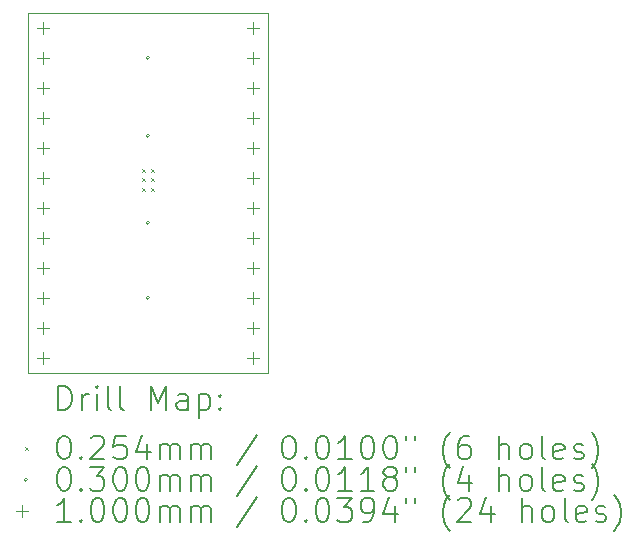
<source format=gbr>
%TF.GenerationSoftware,KiCad,Pcbnew,9.0.6*%
%TF.CreationDate,2026-01-02T23:06:23-06:00*%
%TF.ProjectId,DHVQFN-20_4.65x3.65_P0.5,44485651-464e-42d3-9230-5f342e363578,rev?*%
%TF.SameCoordinates,Original*%
%TF.FileFunction,Drillmap*%
%TF.FilePolarity,Positive*%
%FSLAX45Y45*%
G04 Gerber Fmt 4.5, Leading zero omitted, Abs format (unit mm)*
G04 Created by KiCad (PCBNEW 9.0.6) date 2026-01-02 23:06:23*
%MOMM*%
%LPD*%
G01*
G04 APERTURE LIST*
%ADD10C,0.050000*%
%ADD11C,0.200000*%
%ADD12C,0.100000*%
G04 APERTURE END LIST*
D10*
X12827000Y-10541000D02*
X14859000Y-10541000D01*
X14859000Y-13589000D01*
X12827000Y-13589000D01*
X12827000Y-10541000D01*
D11*
D12*
X13790930Y-11863937D02*
X13816330Y-11889337D01*
X13816330Y-11863937D02*
X13790930Y-11889337D01*
X13790930Y-11942677D02*
X13816330Y-11968077D01*
X13816330Y-11942677D02*
X13790930Y-11968077D01*
X13790930Y-12021417D02*
X13816330Y-12046817D01*
X13816330Y-12021417D02*
X13790930Y-12046817D01*
X13869670Y-11863937D02*
X13895070Y-11889337D01*
X13895070Y-11863937D02*
X13869670Y-11889337D01*
X13869670Y-11942677D02*
X13895070Y-11968077D01*
X13895070Y-11942677D02*
X13869670Y-11968077D01*
X13869670Y-12021417D02*
X13895070Y-12046817D01*
X13895070Y-12021417D02*
X13869670Y-12046817D01*
X13858000Y-10922000D02*
G75*
G02*
X13828000Y-10922000I-15000J0D01*
G01*
X13828000Y-10922000D02*
G75*
G02*
X13858000Y-10922000I15000J0D01*
G01*
X13858000Y-11582400D02*
G75*
G02*
X13828000Y-11582400I-15000J0D01*
G01*
X13828000Y-11582400D02*
G75*
G02*
X13858000Y-11582400I15000J0D01*
G01*
X13858000Y-12319000D02*
G75*
G02*
X13828000Y-12319000I-15000J0D01*
G01*
X13828000Y-12319000D02*
G75*
G02*
X13858000Y-12319000I15000J0D01*
G01*
X13858000Y-12954000D02*
G75*
G02*
X13828000Y-12954000I-15000J0D01*
G01*
X13828000Y-12954000D02*
G75*
G02*
X13858000Y-12954000I15000J0D01*
G01*
X12954000Y-10618000D02*
X12954000Y-10718000D01*
X12904000Y-10668000D02*
X13004000Y-10668000D01*
X12954000Y-10872000D02*
X12954000Y-10972000D01*
X12904000Y-10922000D02*
X13004000Y-10922000D01*
X12954000Y-11126000D02*
X12954000Y-11226000D01*
X12904000Y-11176000D02*
X13004000Y-11176000D01*
X12954000Y-11380000D02*
X12954000Y-11480000D01*
X12904000Y-11430000D02*
X13004000Y-11430000D01*
X12954000Y-11634000D02*
X12954000Y-11734000D01*
X12904000Y-11684000D02*
X13004000Y-11684000D01*
X12954000Y-11888000D02*
X12954000Y-11988000D01*
X12904000Y-11938000D02*
X13004000Y-11938000D01*
X12954000Y-12142000D02*
X12954000Y-12242000D01*
X12904000Y-12192000D02*
X13004000Y-12192000D01*
X12954000Y-12396000D02*
X12954000Y-12496000D01*
X12904000Y-12446000D02*
X13004000Y-12446000D01*
X12954000Y-12650000D02*
X12954000Y-12750000D01*
X12904000Y-12700000D02*
X13004000Y-12700000D01*
X12954000Y-12904000D02*
X12954000Y-13004000D01*
X12904000Y-12954000D02*
X13004000Y-12954000D01*
X12954000Y-13158000D02*
X12954000Y-13258000D01*
X12904000Y-13208000D02*
X13004000Y-13208000D01*
X12954000Y-13412000D02*
X12954000Y-13512000D01*
X12904000Y-13462000D02*
X13004000Y-13462000D01*
X14732000Y-10618000D02*
X14732000Y-10718000D01*
X14682000Y-10668000D02*
X14782000Y-10668000D01*
X14732000Y-10872000D02*
X14732000Y-10972000D01*
X14682000Y-10922000D02*
X14782000Y-10922000D01*
X14732000Y-11126000D02*
X14732000Y-11226000D01*
X14682000Y-11176000D02*
X14782000Y-11176000D01*
X14732000Y-11380000D02*
X14732000Y-11480000D01*
X14682000Y-11430000D02*
X14782000Y-11430000D01*
X14732000Y-11634000D02*
X14732000Y-11734000D01*
X14682000Y-11684000D02*
X14782000Y-11684000D01*
X14732000Y-11888000D02*
X14732000Y-11988000D01*
X14682000Y-11938000D02*
X14782000Y-11938000D01*
X14732000Y-12142000D02*
X14732000Y-12242000D01*
X14682000Y-12192000D02*
X14782000Y-12192000D01*
X14732000Y-12396000D02*
X14732000Y-12496000D01*
X14682000Y-12446000D02*
X14782000Y-12446000D01*
X14732000Y-12650000D02*
X14732000Y-12750000D01*
X14682000Y-12700000D02*
X14782000Y-12700000D01*
X14732000Y-12904000D02*
X14732000Y-13004000D01*
X14682000Y-12954000D02*
X14782000Y-12954000D01*
X14732000Y-13158000D02*
X14732000Y-13258000D01*
X14682000Y-13208000D02*
X14782000Y-13208000D01*
X14732000Y-13412000D02*
X14732000Y-13512000D01*
X14682000Y-13462000D02*
X14782000Y-13462000D01*
D11*
X13085277Y-13902984D02*
X13085277Y-13702984D01*
X13085277Y-13702984D02*
X13132896Y-13702984D01*
X13132896Y-13702984D02*
X13161467Y-13712508D01*
X13161467Y-13712508D02*
X13180515Y-13731555D01*
X13180515Y-13731555D02*
X13190039Y-13750603D01*
X13190039Y-13750603D02*
X13199562Y-13788698D01*
X13199562Y-13788698D02*
X13199562Y-13817269D01*
X13199562Y-13817269D02*
X13190039Y-13855365D01*
X13190039Y-13855365D02*
X13180515Y-13874412D01*
X13180515Y-13874412D02*
X13161467Y-13893460D01*
X13161467Y-13893460D02*
X13132896Y-13902984D01*
X13132896Y-13902984D02*
X13085277Y-13902984D01*
X13285277Y-13902984D02*
X13285277Y-13769650D01*
X13285277Y-13807746D02*
X13294801Y-13788698D01*
X13294801Y-13788698D02*
X13304324Y-13779174D01*
X13304324Y-13779174D02*
X13323372Y-13769650D01*
X13323372Y-13769650D02*
X13342420Y-13769650D01*
X13409086Y-13902984D02*
X13409086Y-13769650D01*
X13409086Y-13702984D02*
X13399562Y-13712508D01*
X13399562Y-13712508D02*
X13409086Y-13722031D01*
X13409086Y-13722031D02*
X13418610Y-13712508D01*
X13418610Y-13712508D02*
X13409086Y-13702984D01*
X13409086Y-13702984D02*
X13409086Y-13722031D01*
X13532896Y-13902984D02*
X13513848Y-13893460D01*
X13513848Y-13893460D02*
X13504324Y-13874412D01*
X13504324Y-13874412D02*
X13504324Y-13702984D01*
X13637658Y-13902984D02*
X13618610Y-13893460D01*
X13618610Y-13893460D02*
X13609086Y-13874412D01*
X13609086Y-13874412D02*
X13609086Y-13702984D01*
X13866229Y-13902984D02*
X13866229Y-13702984D01*
X13866229Y-13702984D02*
X13932896Y-13845841D01*
X13932896Y-13845841D02*
X13999562Y-13702984D01*
X13999562Y-13702984D02*
X13999562Y-13902984D01*
X14180515Y-13902984D02*
X14180515Y-13798222D01*
X14180515Y-13798222D02*
X14170991Y-13779174D01*
X14170991Y-13779174D02*
X14151943Y-13769650D01*
X14151943Y-13769650D02*
X14113848Y-13769650D01*
X14113848Y-13769650D02*
X14094801Y-13779174D01*
X14180515Y-13893460D02*
X14161467Y-13902984D01*
X14161467Y-13902984D02*
X14113848Y-13902984D01*
X14113848Y-13902984D02*
X14094801Y-13893460D01*
X14094801Y-13893460D02*
X14085277Y-13874412D01*
X14085277Y-13874412D02*
X14085277Y-13855365D01*
X14085277Y-13855365D02*
X14094801Y-13836317D01*
X14094801Y-13836317D02*
X14113848Y-13826793D01*
X14113848Y-13826793D02*
X14161467Y-13826793D01*
X14161467Y-13826793D02*
X14180515Y-13817269D01*
X14275753Y-13769650D02*
X14275753Y-13969650D01*
X14275753Y-13779174D02*
X14294801Y-13769650D01*
X14294801Y-13769650D02*
X14332896Y-13769650D01*
X14332896Y-13769650D02*
X14351943Y-13779174D01*
X14351943Y-13779174D02*
X14361467Y-13788698D01*
X14361467Y-13788698D02*
X14370991Y-13807746D01*
X14370991Y-13807746D02*
X14370991Y-13864888D01*
X14370991Y-13864888D02*
X14361467Y-13883936D01*
X14361467Y-13883936D02*
X14351943Y-13893460D01*
X14351943Y-13893460D02*
X14332896Y-13902984D01*
X14332896Y-13902984D02*
X14294801Y-13902984D01*
X14294801Y-13902984D02*
X14275753Y-13893460D01*
X14456705Y-13883936D02*
X14466229Y-13893460D01*
X14466229Y-13893460D02*
X14456705Y-13902984D01*
X14456705Y-13902984D02*
X14447182Y-13893460D01*
X14447182Y-13893460D02*
X14456705Y-13883936D01*
X14456705Y-13883936D02*
X14456705Y-13902984D01*
X14456705Y-13779174D02*
X14466229Y-13788698D01*
X14466229Y-13788698D02*
X14456705Y-13798222D01*
X14456705Y-13798222D02*
X14447182Y-13788698D01*
X14447182Y-13788698D02*
X14456705Y-13779174D01*
X14456705Y-13779174D02*
X14456705Y-13798222D01*
D12*
X12799100Y-14218800D02*
X12824500Y-14244200D01*
X12824500Y-14218800D02*
X12799100Y-14244200D01*
D11*
X13123372Y-14122984D02*
X13142420Y-14122984D01*
X13142420Y-14122984D02*
X13161467Y-14132508D01*
X13161467Y-14132508D02*
X13170991Y-14142031D01*
X13170991Y-14142031D02*
X13180515Y-14161079D01*
X13180515Y-14161079D02*
X13190039Y-14199174D01*
X13190039Y-14199174D02*
X13190039Y-14246793D01*
X13190039Y-14246793D02*
X13180515Y-14284888D01*
X13180515Y-14284888D02*
X13170991Y-14303936D01*
X13170991Y-14303936D02*
X13161467Y-14313460D01*
X13161467Y-14313460D02*
X13142420Y-14322984D01*
X13142420Y-14322984D02*
X13123372Y-14322984D01*
X13123372Y-14322984D02*
X13104324Y-14313460D01*
X13104324Y-14313460D02*
X13094801Y-14303936D01*
X13094801Y-14303936D02*
X13085277Y-14284888D01*
X13085277Y-14284888D02*
X13075753Y-14246793D01*
X13075753Y-14246793D02*
X13075753Y-14199174D01*
X13075753Y-14199174D02*
X13085277Y-14161079D01*
X13085277Y-14161079D02*
X13094801Y-14142031D01*
X13094801Y-14142031D02*
X13104324Y-14132508D01*
X13104324Y-14132508D02*
X13123372Y-14122984D01*
X13275753Y-14303936D02*
X13285277Y-14313460D01*
X13285277Y-14313460D02*
X13275753Y-14322984D01*
X13275753Y-14322984D02*
X13266229Y-14313460D01*
X13266229Y-14313460D02*
X13275753Y-14303936D01*
X13275753Y-14303936D02*
X13275753Y-14322984D01*
X13361467Y-14142031D02*
X13370991Y-14132508D01*
X13370991Y-14132508D02*
X13390039Y-14122984D01*
X13390039Y-14122984D02*
X13437658Y-14122984D01*
X13437658Y-14122984D02*
X13456705Y-14132508D01*
X13456705Y-14132508D02*
X13466229Y-14142031D01*
X13466229Y-14142031D02*
X13475753Y-14161079D01*
X13475753Y-14161079D02*
X13475753Y-14180127D01*
X13475753Y-14180127D02*
X13466229Y-14208698D01*
X13466229Y-14208698D02*
X13351943Y-14322984D01*
X13351943Y-14322984D02*
X13475753Y-14322984D01*
X13656705Y-14122984D02*
X13561467Y-14122984D01*
X13561467Y-14122984D02*
X13551943Y-14218222D01*
X13551943Y-14218222D02*
X13561467Y-14208698D01*
X13561467Y-14208698D02*
X13580515Y-14199174D01*
X13580515Y-14199174D02*
X13628134Y-14199174D01*
X13628134Y-14199174D02*
X13647182Y-14208698D01*
X13647182Y-14208698D02*
X13656705Y-14218222D01*
X13656705Y-14218222D02*
X13666229Y-14237269D01*
X13666229Y-14237269D02*
X13666229Y-14284888D01*
X13666229Y-14284888D02*
X13656705Y-14303936D01*
X13656705Y-14303936D02*
X13647182Y-14313460D01*
X13647182Y-14313460D02*
X13628134Y-14322984D01*
X13628134Y-14322984D02*
X13580515Y-14322984D01*
X13580515Y-14322984D02*
X13561467Y-14313460D01*
X13561467Y-14313460D02*
X13551943Y-14303936D01*
X13837658Y-14189650D02*
X13837658Y-14322984D01*
X13790039Y-14113460D02*
X13742420Y-14256317D01*
X13742420Y-14256317D02*
X13866229Y-14256317D01*
X13942420Y-14322984D02*
X13942420Y-14189650D01*
X13942420Y-14208698D02*
X13951943Y-14199174D01*
X13951943Y-14199174D02*
X13970991Y-14189650D01*
X13970991Y-14189650D02*
X13999563Y-14189650D01*
X13999563Y-14189650D02*
X14018610Y-14199174D01*
X14018610Y-14199174D02*
X14028134Y-14218222D01*
X14028134Y-14218222D02*
X14028134Y-14322984D01*
X14028134Y-14218222D02*
X14037658Y-14199174D01*
X14037658Y-14199174D02*
X14056705Y-14189650D01*
X14056705Y-14189650D02*
X14085277Y-14189650D01*
X14085277Y-14189650D02*
X14104324Y-14199174D01*
X14104324Y-14199174D02*
X14113848Y-14218222D01*
X14113848Y-14218222D02*
X14113848Y-14322984D01*
X14209086Y-14322984D02*
X14209086Y-14189650D01*
X14209086Y-14208698D02*
X14218610Y-14199174D01*
X14218610Y-14199174D02*
X14237658Y-14189650D01*
X14237658Y-14189650D02*
X14266229Y-14189650D01*
X14266229Y-14189650D02*
X14285277Y-14199174D01*
X14285277Y-14199174D02*
X14294801Y-14218222D01*
X14294801Y-14218222D02*
X14294801Y-14322984D01*
X14294801Y-14218222D02*
X14304324Y-14199174D01*
X14304324Y-14199174D02*
X14323372Y-14189650D01*
X14323372Y-14189650D02*
X14351943Y-14189650D01*
X14351943Y-14189650D02*
X14370991Y-14199174D01*
X14370991Y-14199174D02*
X14380515Y-14218222D01*
X14380515Y-14218222D02*
X14380515Y-14322984D01*
X14770991Y-14113460D02*
X14599563Y-14370603D01*
X15028134Y-14122984D02*
X15047182Y-14122984D01*
X15047182Y-14122984D02*
X15066229Y-14132508D01*
X15066229Y-14132508D02*
X15075753Y-14142031D01*
X15075753Y-14142031D02*
X15085277Y-14161079D01*
X15085277Y-14161079D02*
X15094801Y-14199174D01*
X15094801Y-14199174D02*
X15094801Y-14246793D01*
X15094801Y-14246793D02*
X15085277Y-14284888D01*
X15085277Y-14284888D02*
X15075753Y-14303936D01*
X15075753Y-14303936D02*
X15066229Y-14313460D01*
X15066229Y-14313460D02*
X15047182Y-14322984D01*
X15047182Y-14322984D02*
X15028134Y-14322984D01*
X15028134Y-14322984D02*
X15009086Y-14313460D01*
X15009086Y-14313460D02*
X14999563Y-14303936D01*
X14999563Y-14303936D02*
X14990039Y-14284888D01*
X14990039Y-14284888D02*
X14980515Y-14246793D01*
X14980515Y-14246793D02*
X14980515Y-14199174D01*
X14980515Y-14199174D02*
X14990039Y-14161079D01*
X14990039Y-14161079D02*
X14999563Y-14142031D01*
X14999563Y-14142031D02*
X15009086Y-14132508D01*
X15009086Y-14132508D02*
X15028134Y-14122984D01*
X15180515Y-14303936D02*
X15190039Y-14313460D01*
X15190039Y-14313460D02*
X15180515Y-14322984D01*
X15180515Y-14322984D02*
X15170991Y-14313460D01*
X15170991Y-14313460D02*
X15180515Y-14303936D01*
X15180515Y-14303936D02*
X15180515Y-14322984D01*
X15313848Y-14122984D02*
X15332896Y-14122984D01*
X15332896Y-14122984D02*
X15351944Y-14132508D01*
X15351944Y-14132508D02*
X15361467Y-14142031D01*
X15361467Y-14142031D02*
X15370991Y-14161079D01*
X15370991Y-14161079D02*
X15380515Y-14199174D01*
X15380515Y-14199174D02*
X15380515Y-14246793D01*
X15380515Y-14246793D02*
X15370991Y-14284888D01*
X15370991Y-14284888D02*
X15361467Y-14303936D01*
X15361467Y-14303936D02*
X15351944Y-14313460D01*
X15351944Y-14313460D02*
X15332896Y-14322984D01*
X15332896Y-14322984D02*
X15313848Y-14322984D01*
X15313848Y-14322984D02*
X15294801Y-14313460D01*
X15294801Y-14313460D02*
X15285277Y-14303936D01*
X15285277Y-14303936D02*
X15275753Y-14284888D01*
X15275753Y-14284888D02*
X15266229Y-14246793D01*
X15266229Y-14246793D02*
X15266229Y-14199174D01*
X15266229Y-14199174D02*
X15275753Y-14161079D01*
X15275753Y-14161079D02*
X15285277Y-14142031D01*
X15285277Y-14142031D02*
X15294801Y-14132508D01*
X15294801Y-14132508D02*
X15313848Y-14122984D01*
X15570991Y-14322984D02*
X15456706Y-14322984D01*
X15513848Y-14322984D02*
X15513848Y-14122984D01*
X15513848Y-14122984D02*
X15494801Y-14151555D01*
X15494801Y-14151555D02*
X15475753Y-14170603D01*
X15475753Y-14170603D02*
X15456706Y-14180127D01*
X15694801Y-14122984D02*
X15713848Y-14122984D01*
X15713848Y-14122984D02*
X15732896Y-14132508D01*
X15732896Y-14132508D02*
X15742420Y-14142031D01*
X15742420Y-14142031D02*
X15751944Y-14161079D01*
X15751944Y-14161079D02*
X15761467Y-14199174D01*
X15761467Y-14199174D02*
X15761467Y-14246793D01*
X15761467Y-14246793D02*
X15751944Y-14284888D01*
X15751944Y-14284888D02*
X15742420Y-14303936D01*
X15742420Y-14303936D02*
X15732896Y-14313460D01*
X15732896Y-14313460D02*
X15713848Y-14322984D01*
X15713848Y-14322984D02*
X15694801Y-14322984D01*
X15694801Y-14322984D02*
X15675753Y-14313460D01*
X15675753Y-14313460D02*
X15666229Y-14303936D01*
X15666229Y-14303936D02*
X15656706Y-14284888D01*
X15656706Y-14284888D02*
X15647182Y-14246793D01*
X15647182Y-14246793D02*
X15647182Y-14199174D01*
X15647182Y-14199174D02*
X15656706Y-14161079D01*
X15656706Y-14161079D02*
X15666229Y-14142031D01*
X15666229Y-14142031D02*
X15675753Y-14132508D01*
X15675753Y-14132508D02*
X15694801Y-14122984D01*
X15885277Y-14122984D02*
X15904325Y-14122984D01*
X15904325Y-14122984D02*
X15923372Y-14132508D01*
X15923372Y-14132508D02*
X15932896Y-14142031D01*
X15932896Y-14142031D02*
X15942420Y-14161079D01*
X15942420Y-14161079D02*
X15951944Y-14199174D01*
X15951944Y-14199174D02*
X15951944Y-14246793D01*
X15951944Y-14246793D02*
X15942420Y-14284888D01*
X15942420Y-14284888D02*
X15932896Y-14303936D01*
X15932896Y-14303936D02*
X15923372Y-14313460D01*
X15923372Y-14313460D02*
X15904325Y-14322984D01*
X15904325Y-14322984D02*
X15885277Y-14322984D01*
X15885277Y-14322984D02*
X15866229Y-14313460D01*
X15866229Y-14313460D02*
X15856706Y-14303936D01*
X15856706Y-14303936D02*
X15847182Y-14284888D01*
X15847182Y-14284888D02*
X15837658Y-14246793D01*
X15837658Y-14246793D02*
X15837658Y-14199174D01*
X15837658Y-14199174D02*
X15847182Y-14161079D01*
X15847182Y-14161079D02*
X15856706Y-14142031D01*
X15856706Y-14142031D02*
X15866229Y-14132508D01*
X15866229Y-14132508D02*
X15885277Y-14122984D01*
X16028134Y-14122984D02*
X16028134Y-14161079D01*
X16104325Y-14122984D02*
X16104325Y-14161079D01*
X16399563Y-14399174D02*
X16390039Y-14389650D01*
X16390039Y-14389650D02*
X16370991Y-14361079D01*
X16370991Y-14361079D02*
X16361468Y-14342031D01*
X16361468Y-14342031D02*
X16351944Y-14313460D01*
X16351944Y-14313460D02*
X16342420Y-14265841D01*
X16342420Y-14265841D02*
X16342420Y-14227746D01*
X16342420Y-14227746D02*
X16351944Y-14180127D01*
X16351944Y-14180127D02*
X16361468Y-14151555D01*
X16361468Y-14151555D02*
X16370991Y-14132508D01*
X16370991Y-14132508D02*
X16390039Y-14103936D01*
X16390039Y-14103936D02*
X16399563Y-14094412D01*
X16561468Y-14122984D02*
X16523372Y-14122984D01*
X16523372Y-14122984D02*
X16504325Y-14132508D01*
X16504325Y-14132508D02*
X16494801Y-14142031D01*
X16494801Y-14142031D02*
X16475753Y-14170603D01*
X16475753Y-14170603D02*
X16466229Y-14208698D01*
X16466229Y-14208698D02*
X16466229Y-14284888D01*
X16466229Y-14284888D02*
X16475753Y-14303936D01*
X16475753Y-14303936D02*
X16485277Y-14313460D01*
X16485277Y-14313460D02*
X16504325Y-14322984D01*
X16504325Y-14322984D02*
X16542420Y-14322984D01*
X16542420Y-14322984D02*
X16561468Y-14313460D01*
X16561468Y-14313460D02*
X16570991Y-14303936D01*
X16570991Y-14303936D02*
X16580515Y-14284888D01*
X16580515Y-14284888D02*
X16580515Y-14237269D01*
X16580515Y-14237269D02*
X16570991Y-14218222D01*
X16570991Y-14218222D02*
X16561468Y-14208698D01*
X16561468Y-14208698D02*
X16542420Y-14199174D01*
X16542420Y-14199174D02*
X16504325Y-14199174D01*
X16504325Y-14199174D02*
X16485277Y-14208698D01*
X16485277Y-14208698D02*
X16475753Y-14218222D01*
X16475753Y-14218222D02*
X16466229Y-14237269D01*
X16818611Y-14322984D02*
X16818611Y-14122984D01*
X16904325Y-14322984D02*
X16904325Y-14218222D01*
X16904325Y-14218222D02*
X16894801Y-14199174D01*
X16894801Y-14199174D02*
X16875753Y-14189650D01*
X16875753Y-14189650D02*
X16847182Y-14189650D01*
X16847182Y-14189650D02*
X16828134Y-14199174D01*
X16828134Y-14199174D02*
X16818611Y-14208698D01*
X17028134Y-14322984D02*
X17009087Y-14313460D01*
X17009087Y-14313460D02*
X16999563Y-14303936D01*
X16999563Y-14303936D02*
X16990039Y-14284888D01*
X16990039Y-14284888D02*
X16990039Y-14227746D01*
X16990039Y-14227746D02*
X16999563Y-14208698D01*
X16999563Y-14208698D02*
X17009087Y-14199174D01*
X17009087Y-14199174D02*
X17028134Y-14189650D01*
X17028134Y-14189650D02*
X17056706Y-14189650D01*
X17056706Y-14189650D02*
X17075753Y-14199174D01*
X17075753Y-14199174D02*
X17085277Y-14208698D01*
X17085277Y-14208698D02*
X17094801Y-14227746D01*
X17094801Y-14227746D02*
X17094801Y-14284888D01*
X17094801Y-14284888D02*
X17085277Y-14303936D01*
X17085277Y-14303936D02*
X17075753Y-14313460D01*
X17075753Y-14313460D02*
X17056706Y-14322984D01*
X17056706Y-14322984D02*
X17028134Y-14322984D01*
X17209087Y-14322984D02*
X17190039Y-14313460D01*
X17190039Y-14313460D02*
X17180515Y-14294412D01*
X17180515Y-14294412D02*
X17180515Y-14122984D01*
X17361468Y-14313460D02*
X17342420Y-14322984D01*
X17342420Y-14322984D02*
X17304325Y-14322984D01*
X17304325Y-14322984D02*
X17285277Y-14313460D01*
X17285277Y-14313460D02*
X17275753Y-14294412D01*
X17275753Y-14294412D02*
X17275753Y-14218222D01*
X17275753Y-14218222D02*
X17285277Y-14199174D01*
X17285277Y-14199174D02*
X17304325Y-14189650D01*
X17304325Y-14189650D02*
X17342420Y-14189650D01*
X17342420Y-14189650D02*
X17361468Y-14199174D01*
X17361468Y-14199174D02*
X17370992Y-14218222D01*
X17370992Y-14218222D02*
X17370992Y-14237269D01*
X17370992Y-14237269D02*
X17275753Y-14256317D01*
X17447182Y-14313460D02*
X17466230Y-14322984D01*
X17466230Y-14322984D02*
X17504325Y-14322984D01*
X17504325Y-14322984D02*
X17523373Y-14313460D01*
X17523373Y-14313460D02*
X17532896Y-14294412D01*
X17532896Y-14294412D02*
X17532896Y-14284888D01*
X17532896Y-14284888D02*
X17523373Y-14265841D01*
X17523373Y-14265841D02*
X17504325Y-14256317D01*
X17504325Y-14256317D02*
X17475753Y-14256317D01*
X17475753Y-14256317D02*
X17456706Y-14246793D01*
X17456706Y-14246793D02*
X17447182Y-14227746D01*
X17447182Y-14227746D02*
X17447182Y-14218222D01*
X17447182Y-14218222D02*
X17456706Y-14199174D01*
X17456706Y-14199174D02*
X17475753Y-14189650D01*
X17475753Y-14189650D02*
X17504325Y-14189650D01*
X17504325Y-14189650D02*
X17523373Y-14199174D01*
X17599563Y-14399174D02*
X17609087Y-14389650D01*
X17609087Y-14389650D02*
X17628134Y-14361079D01*
X17628134Y-14361079D02*
X17637658Y-14342031D01*
X17637658Y-14342031D02*
X17647182Y-14313460D01*
X17647182Y-14313460D02*
X17656706Y-14265841D01*
X17656706Y-14265841D02*
X17656706Y-14227746D01*
X17656706Y-14227746D02*
X17647182Y-14180127D01*
X17647182Y-14180127D02*
X17637658Y-14151555D01*
X17637658Y-14151555D02*
X17628134Y-14132508D01*
X17628134Y-14132508D02*
X17609087Y-14103936D01*
X17609087Y-14103936D02*
X17599563Y-14094412D01*
D12*
X12824500Y-14495500D02*
G75*
G02*
X12794500Y-14495500I-15000J0D01*
G01*
X12794500Y-14495500D02*
G75*
G02*
X12824500Y-14495500I15000J0D01*
G01*
D11*
X13123372Y-14386984D02*
X13142420Y-14386984D01*
X13142420Y-14386984D02*
X13161467Y-14396508D01*
X13161467Y-14396508D02*
X13170991Y-14406031D01*
X13170991Y-14406031D02*
X13180515Y-14425079D01*
X13180515Y-14425079D02*
X13190039Y-14463174D01*
X13190039Y-14463174D02*
X13190039Y-14510793D01*
X13190039Y-14510793D02*
X13180515Y-14548888D01*
X13180515Y-14548888D02*
X13170991Y-14567936D01*
X13170991Y-14567936D02*
X13161467Y-14577460D01*
X13161467Y-14577460D02*
X13142420Y-14586984D01*
X13142420Y-14586984D02*
X13123372Y-14586984D01*
X13123372Y-14586984D02*
X13104324Y-14577460D01*
X13104324Y-14577460D02*
X13094801Y-14567936D01*
X13094801Y-14567936D02*
X13085277Y-14548888D01*
X13085277Y-14548888D02*
X13075753Y-14510793D01*
X13075753Y-14510793D02*
X13075753Y-14463174D01*
X13075753Y-14463174D02*
X13085277Y-14425079D01*
X13085277Y-14425079D02*
X13094801Y-14406031D01*
X13094801Y-14406031D02*
X13104324Y-14396508D01*
X13104324Y-14396508D02*
X13123372Y-14386984D01*
X13275753Y-14567936D02*
X13285277Y-14577460D01*
X13285277Y-14577460D02*
X13275753Y-14586984D01*
X13275753Y-14586984D02*
X13266229Y-14577460D01*
X13266229Y-14577460D02*
X13275753Y-14567936D01*
X13275753Y-14567936D02*
X13275753Y-14586984D01*
X13351943Y-14386984D02*
X13475753Y-14386984D01*
X13475753Y-14386984D02*
X13409086Y-14463174D01*
X13409086Y-14463174D02*
X13437658Y-14463174D01*
X13437658Y-14463174D02*
X13456705Y-14472698D01*
X13456705Y-14472698D02*
X13466229Y-14482222D01*
X13466229Y-14482222D02*
X13475753Y-14501269D01*
X13475753Y-14501269D02*
X13475753Y-14548888D01*
X13475753Y-14548888D02*
X13466229Y-14567936D01*
X13466229Y-14567936D02*
X13456705Y-14577460D01*
X13456705Y-14577460D02*
X13437658Y-14586984D01*
X13437658Y-14586984D02*
X13380515Y-14586984D01*
X13380515Y-14586984D02*
X13361467Y-14577460D01*
X13361467Y-14577460D02*
X13351943Y-14567936D01*
X13599562Y-14386984D02*
X13618610Y-14386984D01*
X13618610Y-14386984D02*
X13637658Y-14396508D01*
X13637658Y-14396508D02*
X13647182Y-14406031D01*
X13647182Y-14406031D02*
X13656705Y-14425079D01*
X13656705Y-14425079D02*
X13666229Y-14463174D01*
X13666229Y-14463174D02*
X13666229Y-14510793D01*
X13666229Y-14510793D02*
X13656705Y-14548888D01*
X13656705Y-14548888D02*
X13647182Y-14567936D01*
X13647182Y-14567936D02*
X13637658Y-14577460D01*
X13637658Y-14577460D02*
X13618610Y-14586984D01*
X13618610Y-14586984D02*
X13599562Y-14586984D01*
X13599562Y-14586984D02*
X13580515Y-14577460D01*
X13580515Y-14577460D02*
X13570991Y-14567936D01*
X13570991Y-14567936D02*
X13561467Y-14548888D01*
X13561467Y-14548888D02*
X13551943Y-14510793D01*
X13551943Y-14510793D02*
X13551943Y-14463174D01*
X13551943Y-14463174D02*
X13561467Y-14425079D01*
X13561467Y-14425079D02*
X13570991Y-14406031D01*
X13570991Y-14406031D02*
X13580515Y-14396508D01*
X13580515Y-14396508D02*
X13599562Y-14386984D01*
X13790039Y-14386984D02*
X13809086Y-14386984D01*
X13809086Y-14386984D02*
X13828134Y-14396508D01*
X13828134Y-14396508D02*
X13837658Y-14406031D01*
X13837658Y-14406031D02*
X13847182Y-14425079D01*
X13847182Y-14425079D02*
X13856705Y-14463174D01*
X13856705Y-14463174D02*
X13856705Y-14510793D01*
X13856705Y-14510793D02*
X13847182Y-14548888D01*
X13847182Y-14548888D02*
X13837658Y-14567936D01*
X13837658Y-14567936D02*
X13828134Y-14577460D01*
X13828134Y-14577460D02*
X13809086Y-14586984D01*
X13809086Y-14586984D02*
X13790039Y-14586984D01*
X13790039Y-14586984D02*
X13770991Y-14577460D01*
X13770991Y-14577460D02*
X13761467Y-14567936D01*
X13761467Y-14567936D02*
X13751943Y-14548888D01*
X13751943Y-14548888D02*
X13742420Y-14510793D01*
X13742420Y-14510793D02*
X13742420Y-14463174D01*
X13742420Y-14463174D02*
X13751943Y-14425079D01*
X13751943Y-14425079D02*
X13761467Y-14406031D01*
X13761467Y-14406031D02*
X13770991Y-14396508D01*
X13770991Y-14396508D02*
X13790039Y-14386984D01*
X13942420Y-14586984D02*
X13942420Y-14453650D01*
X13942420Y-14472698D02*
X13951943Y-14463174D01*
X13951943Y-14463174D02*
X13970991Y-14453650D01*
X13970991Y-14453650D02*
X13999563Y-14453650D01*
X13999563Y-14453650D02*
X14018610Y-14463174D01*
X14018610Y-14463174D02*
X14028134Y-14482222D01*
X14028134Y-14482222D02*
X14028134Y-14586984D01*
X14028134Y-14482222D02*
X14037658Y-14463174D01*
X14037658Y-14463174D02*
X14056705Y-14453650D01*
X14056705Y-14453650D02*
X14085277Y-14453650D01*
X14085277Y-14453650D02*
X14104324Y-14463174D01*
X14104324Y-14463174D02*
X14113848Y-14482222D01*
X14113848Y-14482222D02*
X14113848Y-14586984D01*
X14209086Y-14586984D02*
X14209086Y-14453650D01*
X14209086Y-14472698D02*
X14218610Y-14463174D01*
X14218610Y-14463174D02*
X14237658Y-14453650D01*
X14237658Y-14453650D02*
X14266229Y-14453650D01*
X14266229Y-14453650D02*
X14285277Y-14463174D01*
X14285277Y-14463174D02*
X14294801Y-14482222D01*
X14294801Y-14482222D02*
X14294801Y-14586984D01*
X14294801Y-14482222D02*
X14304324Y-14463174D01*
X14304324Y-14463174D02*
X14323372Y-14453650D01*
X14323372Y-14453650D02*
X14351943Y-14453650D01*
X14351943Y-14453650D02*
X14370991Y-14463174D01*
X14370991Y-14463174D02*
X14380515Y-14482222D01*
X14380515Y-14482222D02*
X14380515Y-14586984D01*
X14770991Y-14377460D02*
X14599563Y-14634603D01*
X15028134Y-14386984D02*
X15047182Y-14386984D01*
X15047182Y-14386984D02*
X15066229Y-14396508D01*
X15066229Y-14396508D02*
X15075753Y-14406031D01*
X15075753Y-14406031D02*
X15085277Y-14425079D01*
X15085277Y-14425079D02*
X15094801Y-14463174D01*
X15094801Y-14463174D02*
X15094801Y-14510793D01*
X15094801Y-14510793D02*
X15085277Y-14548888D01*
X15085277Y-14548888D02*
X15075753Y-14567936D01*
X15075753Y-14567936D02*
X15066229Y-14577460D01*
X15066229Y-14577460D02*
X15047182Y-14586984D01*
X15047182Y-14586984D02*
X15028134Y-14586984D01*
X15028134Y-14586984D02*
X15009086Y-14577460D01*
X15009086Y-14577460D02*
X14999563Y-14567936D01*
X14999563Y-14567936D02*
X14990039Y-14548888D01*
X14990039Y-14548888D02*
X14980515Y-14510793D01*
X14980515Y-14510793D02*
X14980515Y-14463174D01*
X14980515Y-14463174D02*
X14990039Y-14425079D01*
X14990039Y-14425079D02*
X14999563Y-14406031D01*
X14999563Y-14406031D02*
X15009086Y-14396508D01*
X15009086Y-14396508D02*
X15028134Y-14386984D01*
X15180515Y-14567936D02*
X15190039Y-14577460D01*
X15190039Y-14577460D02*
X15180515Y-14586984D01*
X15180515Y-14586984D02*
X15170991Y-14577460D01*
X15170991Y-14577460D02*
X15180515Y-14567936D01*
X15180515Y-14567936D02*
X15180515Y-14586984D01*
X15313848Y-14386984D02*
X15332896Y-14386984D01*
X15332896Y-14386984D02*
X15351944Y-14396508D01*
X15351944Y-14396508D02*
X15361467Y-14406031D01*
X15361467Y-14406031D02*
X15370991Y-14425079D01*
X15370991Y-14425079D02*
X15380515Y-14463174D01*
X15380515Y-14463174D02*
X15380515Y-14510793D01*
X15380515Y-14510793D02*
X15370991Y-14548888D01*
X15370991Y-14548888D02*
X15361467Y-14567936D01*
X15361467Y-14567936D02*
X15351944Y-14577460D01*
X15351944Y-14577460D02*
X15332896Y-14586984D01*
X15332896Y-14586984D02*
X15313848Y-14586984D01*
X15313848Y-14586984D02*
X15294801Y-14577460D01*
X15294801Y-14577460D02*
X15285277Y-14567936D01*
X15285277Y-14567936D02*
X15275753Y-14548888D01*
X15275753Y-14548888D02*
X15266229Y-14510793D01*
X15266229Y-14510793D02*
X15266229Y-14463174D01*
X15266229Y-14463174D02*
X15275753Y-14425079D01*
X15275753Y-14425079D02*
X15285277Y-14406031D01*
X15285277Y-14406031D02*
X15294801Y-14396508D01*
X15294801Y-14396508D02*
X15313848Y-14386984D01*
X15570991Y-14586984D02*
X15456706Y-14586984D01*
X15513848Y-14586984D02*
X15513848Y-14386984D01*
X15513848Y-14386984D02*
X15494801Y-14415555D01*
X15494801Y-14415555D02*
X15475753Y-14434603D01*
X15475753Y-14434603D02*
X15456706Y-14444127D01*
X15761467Y-14586984D02*
X15647182Y-14586984D01*
X15704325Y-14586984D02*
X15704325Y-14386984D01*
X15704325Y-14386984D02*
X15685277Y-14415555D01*
X15685277Y-14415555D02*
X15666229Y-14434603D01*
X15666229Y-14434603D02*
X15647182Y-14444127D01*
X15875753Y-14472698D02*
X15856706Y-14463174D01*
X15856706Y-14463174D02*
X15847182Y-14453650D01*
X15847182Y-14453650D02*
X15837658Y-14434603D01*
X15837658Y-14434603D02*
X15837658Y-14425079D01*
X15837658Y-14425079D02*
X15847182Y-14406031D01*
X15847182Y-14406031D02*
X15856706Y-14396508D01*
X15856706Y-14396508D02*
X15875753Y-14386984D01*
X15875753Y-14386984D02*
X15913848Y-14386984D01*
X15913848Y-14386984D02*
X15932896Y-14396508D01*
X15932896Y-14396508D02*
X15942420Y-14406031D01*
X15942420Y-14406031D02*
X15951944Y-14425079D01*
X15951944Y-14425079D02*
X15951944Y-14434603D01*
X15951944Y-14434603D02*
X15942420Y-14453650D01*
X15942420Y-14453650D02*
X15932896Y-14463174D01*
X15932896Y-14463174D02*
X15913848Y-14472698D01*
X15913848Y-14472698D02*
X15875753Y-14472698D01*
X15875753Y-14472698D02*
X15856706Y-14482222D01*
X15856706Y-14482222D02*
X15847182Y-14491746D01*
X15847182Y-14491746D02*
X15837658Y-14510793D01*
X15837658Y-14510793D02*
X15837658Y-14548888D01*
X15837658Y-14548888D02*
X15847182Y-14567936D01*
X15847182Y-14567936D02*
X15856706Y-14577460D01*
X15856706Y-14577460D02*
X15875753Y-14586984D01*
X15875753Y-14586984D02*
X15913848Y-14586984D01*
X15913848Y-14586984D02*
X15932896Y-14577460D01*
X15932896Y-14577460D02*
X15942420Y-14567936D01*
X15942420Y-14567936D02*
X15951944Y-14548888D01*
X15951944Y-14548888D02*
X15951944Y-14510793D01*
X15951944Y-14510793D02*
X15942420Y-14491746D01*
X15942420Y-14491746D02*
X15932896Y-14482222D01*
X15932896Y-14482222D02*
X15913848Y-14472698D01*
X16028134Y-14386984D02*
X16028134Y-14425079D01*
X16104325Y-14386984D02*
X16104325Y-14425079D01*
X16399563Y-14663174D02*
X16390039Y-14653650D01*
X16390039Y-14653650D02*
X16370991Y-14625079D01*
X16370991Y-14625079D02*
X16361468Y-14606031D01*
X16361468Y-14606031D02*
X16351944Y-14577460D01*
X16351944Y-14577460D02*
X16342420Y-14529841D01*
X16342420Y-14529841D02*
X16342420Y-14491746D01*
X16342420Y-14491746D02*
X16351944Y-14444127D01*
X16351944Y-14444127D02*
X16361468Y-14415555D01*
X16361468Y-14415555D02*
X16370991Y-14396508D01*
X16370991Y-14396508D02*
X16390039Y-14367936D01*
X16390039Y-14367936D02*
X16399563Y-14358412D01*
X16561468Y-14453650D02*
X16561468Y-14586984D01*
X16513848Y-14377460D02*
X16466229Y-14520317D01*
X16466229Y-14520317D02*
X16590039Y-14520317D01*
X16818611Y-14586984D02*
X16818611Y-14386984D01*
X16904325Y-14586984D02*
X16904325Y-14482222D01*
X16904325Y-14482222D02*
X16894801Y-14463174D01*
X16894801Y-14463174D02*
X16875753Y-14453650D01*
X16875753Y-14453650D02*
X16847182Y-14453650D01*
X16847182Y-14453650D02*
X16828134Y-14463174D01*
X16828134Y-14463174D02*
X16818611Y-14472698D01*
X17028134Y-14586984D02*
X17009087Y-14577460D01*
X17009087Y-14577460D02*
X16999563Y-14567936D01*
X16999563Y-14567936D02*
X16990039Y-14548888D01*
X16990039Y-14548888D02*
X16990039Y-14491746D01*
X16990039Y-14491746D02*
X16999563Y-14472698D01*
X16999563Y-14472698D02*
X17009087Y-14463174D01*
X17009087Y-14463174D02*
X17028134Y-14453650D01*
X17028134Y-14453650D02*
X17056706Y-14453650D01*
X17056706Y-14453650D02*
X17075753Y-14463174D01*
X17075753Y-14463174D02*
X17085277Y-14472698D01*
X17085277Y-14472698D02*
X17094801Y-14491746D01*
X17094801Y-14491746D02*
X17094801Y-14548888D01*
X17094801Y-14548888D02*
X17085277Y-14567936D01*
X17085277Y-14567936D02*
X17075753Y-14577460D01*
X17075753Y-14577460D02*
X17056706Y-14586984D01*
X17056706Y-14586984D02*
X17028134Y-14586984D01*
X17209087Y-14586984D02*
X17190039Y-14577460D01*
X17190039Y-14577460D02*
X17180515Y-14558412D01*
X17180515Y-14558412D02*
X17180515Y-14386984D01*
X17361468Y-14577460D02*
X17342420Y-14586984D01*
X17342420Y-14586984D02*
X17304325Y-14586984D01*
X17304325Y-14586984D02*
X17285277Y-14577460D01*
X17285277Y-14577460D02*
X17275753Y-14558412D01*
X17275753Y-14558412D02*
X17275753Y-14482222D01*
X17275753Y-14482222D02*
X17285277Y-14463174D01*
X17285277Y-14463174D02*
X17304325Y-14453650D01*
X17304325Y-14453650D02*
X17342420Y-14453650D01*
X17342420Y-14453650D02*
X17361468Y-14463174D01*
X17361468Y-14463174D02*
X17370992Y-14482222D01*
X17370992Y-14482222D02*
X17370992Y-14501269D01*
X17370992Y-14501269D02*
X17275753Y-14520317D01*
X17447182Y-14577460D02*
X17466230Y-14586984D01*
X17466230Y-14586984D02*
X17504325Y-14586984D01*
X17504325Y-14586984D02*
X17523373Y-14577460D01*
X17523373Y-14577460D02*
X17532896Y-14558412D01*
X17532896Y-14558412D02*
X17532896Y-14548888D01*
X17532896Y-14548888D02*
X17523373Y-14529841D01*
X17523373Y-14529841D02*
X17504325Y-14520317D01*
X17504325Y-14520317D02*
X17475753Y-14520317D01*
X17475753Y-14520317D02*
X17456706Y-14510793D01*
X17456706Y-14510793D02*
X17447182Y-14491746D01*
X17447182Y-14491746D02*
X17447182Y-14482222D01*
X17447182Y-14482222D02*
X17456706Y-14463174D01*
X17456706Y-14463174D02*
X17475753Y-14453650D01*
X17475753Y-14453650D02*
X17504325Y-14453650D01*
X17504325Y-14453650D02*
X17523373Y-14463174D01*
X17599563Y-14663174D02*
X17609087Y-14653650D01*
X17609087Y-14653650D02*
X17628134Y-14625079D01*
X17628134Y-14625079D02*
X17637658Y-14606031D01*
X17637658Y-14606031D02*
X17647182Y-14577460D01*
X17647182Y-14577460D02*
X17656706Y-14529841D01*
X17656706Y-14529841D02*
X17656706Y-14491746D01*
X17656706Y-14491746D02*
X17647182Y-14444127D01*
X17647182Y-14444127D02*
X17637658Y-14415555D01*
X17637658Y-14415555D02*
X17628134Y-14396508D01*
X17628134Y-14396508D02*
X17609087Y-14367936D01*
X17609087Y-14367936D02*
X17599563Y-14358412D01*
D12*
X12774500Y-14709500D02*
X12774500Y-14809500D01*
X12724500Y-14759500D02*
X12824500Y-14759500D01*
D11*
X13190039Y-14850984D02*
X13075753Y-14850984D01*
X13132896Y-14850984D02*
X13132896Y-14650984D01*
X13132896Y-14650984D02*
X13113848Y-14679555D01*
X13113848Y-14679555D02*
X13094801Y-14698603D01*
X13094801Y-14698603D02*
X13075753Y-14708127D01*
X13275753Y-14831936D02*
X13285277Y-14841460D01*
X13285277Y-14841460D02*
X13275753Y-14850984D01*
X13275753Y-14850984D02*
X13266229Y-14841460D01*
X13266229Y-14841460D02*
X13275753Y-14831936D01*
X13275753Y-14831936D02*
X13275753Y-14850984D01*
X13409086Y-14650984D02*
X13428134Y-14650984D01*
X13428134Y-14650984D02*
X13447182Y-14660508D01*
X13447182Y-14660508D02*
X13456705Y-14670031D01*
X13456705Y-14670031D02*
X13466229Y-14689079D01*
X13466229Y-14689079D02*
X13475753Y-14727174D01*
X13475753Y-14727174D02*
X13475753Y-14774793D01*
X13475753Y-14774793D02*
X13466229Y-14812888D01*
X13466229Y-14812888D02*
X13456705Y-14831936D01*
X13456705Y-14831936D02*
X13447182Y-14841460D01*
X13447182Y-14841460D02*
X13428134Y-14850984D01*
X13428134Y-14850984D02*
X13409086Y-14850984D01*
X13409086Y-14850984D02*
X13390039Y-14841460D01*
X13390039Y-14841460D02*
X13380515Y-14831936D01*
X13380515Y-14831936D02*
X13370991Y-14812888D01*
X13370991Y-14812888D02*
X13361467Y-14774793D01*
X13361467Y-14774793D02*
X13361467Y-14727174D01*
X13361467Y-14727174D02*
X13370991Y-14689079D01*
X13370991Y-14689079D02*
X13380515Y-14670031D01*
X13380515Y-14670031D02*
X13390039Y-14660508D01*
X13390039Y-14660508D02*
X13409086Y-14650984D01*
X13599562Y-14650984D02*
X13618610Y-14650984D01*
X13618610Y-14650984D02*
X13637658Y-14660508D01*
X13637658Y-14660508D02*
X13647182Y-14670031D01*
X13647182Y-14670031D02*
X13656705Y-14689079D01*
X13656705Y-14689079D02*
X13666229Y-14727174D01*
X13666229Y-14727174D02*
X13666229Y-14774793D01*
X13666229Y-14774793D02*
X13656705Y-14812888D01*
X13656705Y-14812888D02*
X13647182Y-14831936D01*
X13647182Y-14831936D02*
X13637658Y-14841460D01*
X13637658Y-14841460D02*
X13618610Y-14850984D01*
X13618610Y-14850984D02*
X13599562Y-14850984D01*
X13599562Y-14850984D02*
X13580515Y-14841460D01*
X13580515Y-14841460D02*
X13570991Y-14831936D01*
X13570991Y-14831936D02*
X13561467Y-14812888D01*
X13561467Y-14812888D02*
X13551943Y-14774793D01*
X13551943Y-14774793D02*
X13551943Y-14727174D01*
X13551943Y-14727174D02*
X13561467Y-14689079D01*
X13561467Y-14689079D02*
X13570991Y-14670031D01*
X13570991Y-14670031D02*
X13580515Y-14660508D01*
X13580515Y-14660508D02*
X13599562Y-14650984D01*
X13790039Y-14650984D02*
X13809086Y-14650984D01*
X13809086Y-14650984D02*
X13828134Y-14660508D01*
X13828134Y-14660508D02*
X13837658Y-14670031D01*
X13837658Y-14670031D02*
X13847182Y-14689079D01*
X13847182Y-14689079D02*
X13856705Y-14727174D01*
X13856705Y-14727174D02*
X13856705Y-14774793D01*
X13856705Y-14774793D02*
X13847182Y-14812888D01*
X13847182Y-14812888D02*
X13837658Y-14831936D01*
X13837658Y-14831936D02*
X13828134Y-14841460D01*
X13828134Y-14841460D02*
X13809086Y-14850984D01*
X13809086Y-14850984D02*
X13790039Y-14850984D01*
X13790039Y-14850984D02*
X13770991Y-14841460D01*
X13770991Y-14841460D02*
X13761467Y-14831936D01*
X13761467Y-14831936D02*
X13751943Y-14812888D01*
X13751943Y-14812888D02*
X13742420Y-14774793D01*
X13742420Y-14774793D02*
X13742420Y-14727174D01*
X13742420Y-14727174D02*
X13751943Y-14689079D01*
X13751943Y-14689079D02*
X13761467Y-14670031D01*
X13761467Y-14670031D02*
X13770991Y-14660508D01*
X13770991Y-14660508D02*
X13790039Y-14650984D01*
X13942420Y-14850984D02*
X13942420Y-14717650D01*
X13942420Y-14736698D02*
X13951943Y-14727174D01*
X13951943Y-14727174D02*
X13970991Y-14717650D01*
X13970991Y-14717650D02*
X13999563Y-14717650D01*
X13999563Y-14717650D02*
X14018610Y-14727174D01*
X14018610Y-14727174D02*
X14028134Y-14746222D01*
X14028134Y-14746222D02*
X14028134Y-14850984D01*
X14028134Y-14746222D02*
X14037658Y-14727174D01*
X14037658Y-14727174D02*
X14056705Y-14717650D01*
X14056705Y-14717650D02*
X14085277Y-14717650D01*
X14085277Y-14717650D02*
X14104324Y-14727174D01*
X14104324Y-14727174D02*
X14113848Y-14746222D01*
X14113848Y-14746222D02*
X14113848Y-14850984D01*
X14209086Y-14850984D02*
X14209086Y-14717650D01*
X14209086Y-14736698D02*
X14218610Y-14727174D01*
X14218610Y-14727174D02*
X14237658Y-14717650D01*
X14237658Y-14717650D02*
X14266229Y-14717650D01*
X14266229Y-14717650D02*
X14285277Y-14727174D01*
X14285277Y-14727174D02*
X14294801Y-14746222D01*
X14294801Y-14746222D02*
X14294801Y-14850984D01*
X14294801Y-14746222D02*
X14304324Y-14727174D01*
X14304324Y-14727174D02*
X14323372Y-14717650D01*
X14323372Y-14717650D02*
X14351943Y-14717650D01*
X14351943Y-14717650D02*
X14370991Y-14727174D01*
X14370991Y-14727174D02*
X14380515Y-14746222D01*
X14380515Y-14746222D02*
X14380515Y-14850984D01*
X14770991Y-14641460D02*
X14599563Y-14898603D01*
X15028134Y-14650984D02*
X15047182Y-14650984D01*
X15047182Y-14650984D02*
X15066229Y-14660508D01*
X15066229Y-14660508D02*
X15075753Y-14670031D01*
X15075753Y-14670031D02*
X15085277Y-14689079D01*
X15085277Y-14689079D02*
X15094801Y-14727174D01*
X15094801Y-14727174D02*
X15094801Y-14774793D01*
X15094801Y-14774793D02*
X15085277Y-14812888D01*
X15085277Y-14812888D02*
X15075753Y-14831936D01*
X15075753Y-14831936D02*
X15066229Y-14841460D01*
X15066229Y-14841460D02*
X15047182Y-14850984D01*
X15047182Y-14850984D02*
X15028134Y-14850984D01*
X15028134Y-14850984D02*
X15009086Y-14841460D01*
X15009086Y-14841460D02*
X14999563Y-14831936D01*
X14999563Y-14831936D02*
X14990039Y-14812888D01*
X14990039Y-14812888D02*
X14980515Y-14774793D01*
X14980515Y-14774793D02*
X14980515Y-14727174D01*
X14980515Y-14727174D02*
X14990039Y-14689079D01*
X14990039Y-14689079D02*
X14999563Y-14670031D01*
X14999563Y-14670031D02*
X15009086Y-14660508D01*
X15009086Y-14660508D02*
X15028134Y-14650984D01*
X15180515Y-14831936D02*
X15190039Y-14841460D01*
X15190039Y-14841460D02*
X15180515Y-14850984D01*
X15180515Y-14850984D02*
X15170991Y-14841460D01*
X15170991Y-14841460D02*
X15180515Y-14831936D01*
X15180515Y-14831936D02*
X15180515Y-14850984D01*
X15313848Y-14650984D02*
X15332896Y-14650984D01*
X15332896Y-14650984D02*
X15351944Y-14660508D01*
X15351944Y-14660508D02*
X15361467Y-14670031D01*
X15361467Y-14670031D02*
X15370991Y-14689079D01*
X15370991Y-14689079D02*
X15380515Y-14727174D01*
X15380515Y-14727174D02*
X15380515Y-14774793D01*
X15380515Y-14774793D02*
X15370991Y-14812888D01*
X15370991Y-14812888D02*
X15361467Y-14831936D01*
X15361467Y-14831936D02*
X15351944Y-14841460D01*
X15351944Y-14841460D02*
X15332896Y-14850984D01*
X15332896Y-14850984D02*
X15313848Y-14850984D01*
X15313848Y-14850984D02*
X15294801Y-14841460D01*
X15294801Y-14841460D02*
X15285277Y-14831936D01*
X15285277Y-14831936D02*
X15275753Y-14812888D01*
X15275753Y-14812888D02*
X15266229Y-14774793D01*
X15266229Y-14774793D02*
X15266229Y-14727174D01*
X15266229Y-14727174D02*
X15275753Y-14689079D01*
X15275753Y-14689079D02*
X15285277Y-14670031D01*
X15285277Y-14670031D02*
X15294801Y-14660508D01*
X15294801Y-14660508D02*
X15313848Y-14650984D01*
X15447182Y-14650984D02*
X15570991Y-14650984D01*
X15570991Y-14650984D02*
X15504325Y-14727174D01*
X15504325Y-14727174D02*
X15532896Y-14727174D01*
X15532896Y-14727174D02*
X15551944Y-14736698D01*
X15551944Y-14736698D02*
X15561467Y-14746222D01*
X15561467Y-14746222D02*
X15570991Y-14765269D01*
X15570991Y-14765269D02*
X15570991Y-14812888D01*
X15570991Y-14812888D02*
X15561467Y-14831936D01*
X15561467Y-14831936D02*
X15551944Y-14841460D01*
X15551944Y-14841460D02*
X15532896Y-14850984D01*
X15532896Y-14850984D02*
X15475753Y-14850984D01*
X15475753Y-14850984D02*
X15456706Y-14841460D01*
X15456706Y-14841460D02*
X15447182Y-14831936D01*
X15666229Y-14850984D02*
X15704325Y-14850984D01*
X15704325Y-14850984D02*
X15723372Y-14841460D01*
X15723372Y-14841460D02*
X15732896Y-14831936D01*
X15732896Y-14831936D02*
X15751944Y-14803365D01*
X15751944Y-14803365D02*
X15761467Y-14765269D01*
X15761467Y-14765269D02*
X15761467Y-14689079D01*
X15761467Y-14689079D02*
X15751944Y-14670031D01*
X15751944Y-14670031D02*
X15742420Y-14660508D01*
X15742420Y-14660508D02*
X15723372Y-14650984D01*
X15723372Y-14650984D02*
X15685277Y-14650984D01*
X15685277Y-14650984D02*
X15666229Y-14660508D01*
X15666229Y-14660508D02*
X15656706Y-14670031D01*
X15656706Y-14670031D02*
X15647182Y-14689079D01*
X15647182Y-14689079D02*
X15647182Y-14736698D01*
X15647182Y-14736698D02*
X15656706Y-14755746D01*
X15656706Y-14755746D02*
X15666229Y-14765269D01*
X15666229Y-14765269D02*
X15685277Y-14774793D01*
X15685277Y-14774793D02*
X15723372Y-14774793D01*
X15723372Y-14774793D02*
X15742420Y-14765269D01*
X15742420Y-14765269D02*
X15751944Y-14755746D01*
X15751944Y-14755746D02*
X15761467Y-14736698D01*
X15932896Y-14717650D02*
X15932896Y-14850984D01*
X15885277Y-14641460D02*
X15837658Y-14784317D01*
X15837658Y-14784317D02*
X15961467Y-14784317D01*
X16028134Y-14650984D02*
X16028134Y-14689079D01*
X16104325Y-14650984D02*
X16104325Y-14689079D01*
X16399563Y-14927174D02*
X16390039Y-14917650D01*
X16390039Y-14917650D02*
X16370991Y-14889079D01*
X16370991Y-14889079D02*
X16361468Y-14870031D01*
X16361468Y-14870031D02*
X16351944Y-14841460D01*
X16351944Y-14841460D02*
X16342420Y-14793841D01*
X16342420Y-14793841D02*
X16342420Y-14755746D01*
X16342420Y-14755746D02*
X16351944Y-14708127D01*
X16351944Y-14708127D02*
X16361468Y-14679555D01*
X16361468Y-14679555D02*
X16370991Y-14660508D01*
X16370991Y-14660508D02*
X16390039Y-14631936D01*
X16390039Y-14631936D02*
X16399563Y-14622412D01*
X16466229Y-14670031D02*
X16475753Y-14660508D01*
X16475753Y-14660508D02*
X16494801Y-14650984D01*
X16494801Y-14650984D02*
X16542420Y-14650984D01*
X16542420Y-14650984D02*
X16561468Y-14660508D01*
X16561468Y-14660508D02*
X16570991Y-14670031D01*
X16570991Y-14670031D02*
X16580515Y-14689079D01*
X16580515Y-14689079D02*
X16580515Y-14708127D01*
X16580515Y-14708127D02*
X16570991Y-14736698D01*
X16570991Y-14736698D02*
X16456706Y-14850984D01*
X16456706Y-14850984D02*
X16580515Y-14850984D01*
X16751944Y-14717650D02*
X16751944Y-14850984D01*
X16704325Y-14641460D02*
X16656706Y-14784317D01*
X16656706Y-14784317D02*
X16780515Y-14784317D01*
X17009087Y-14850984D02*
X17009087Y-14650984D01*
X17094801Y-14850984D02*
X17094801Y-14746222D01*
X17094801Y-14746222D02*
X17085277Y-14727174D01*
X17085277Y-14727174D02*
X17066230Y-14717650D01*
X17066230Y-14717650D02*
X17037658Y-14717650D01*
X17037658Y-14717650D02*
X17018611Y-14727174D01*
X17018611Y-14727174D02*
X17009087Y-14736698D01*
X17218611Y-14850984D02*
X17199563Y-14841460D01*
X17199563Y-14841460D02*
X17190039Y-14831936D01*
X17190039Y-14831936D02*
X17180515Y-14812888D01*
X17180515Y-14812888D02*
X17180515Y-14755746D01*
X17180515Y-14755746D02*
X17190039Y-14736698D01*
X17190039Y-14736698D02*
X17199563Y-14727174D01*
X17199563Y-14727174D02*
X17218611Y-14717650D01*
X17218611Y-14717650D02*
X17247182Y-14717650D01*
X17247182Y-14717650D02*
X17266230Y-14727174D01*
X17266230Y-14727174D02*
X17275753Y-14736698D01*
X17275753Y-14736698D02*
X17285277Y-14755746D01*
X17285277Y-14755746D02*
X17285277Y-14812888D01*
X17285277Y-14812888D02*
X17275753Y-14831936D01*
X17275753Y-14831936D02*
X17266230Y-14841460D01*
X17266230Y-14841460D02*
X17247182Y-14850984D01*
X17247182Y-14850984D02*
X17218611Y-14850984D01*
X17399563Y-14850984D02*
X17380515Y-14841460D01*
X17380515Y-14841460D02*
X17370992Y-14822412D01*
X17370992Y-14822412D02*
X17370992Y-14650984D01*
X17551944Y-14841460D02*
X17532896Y-14850984D01*
X17532896Y-14850984D02*
X17494801Y-14850984D01*
X17494801Y-14850984D02*
X17475753Y-14841460D01*
X17475753Y-14841460D02*
X17466230Y-14822412D01*
X17466230Y-14822412D02*
X17466230Y-14746222D01*
X17466230Y-14746222D02*
X17475753Y-14727174D01*
X17475753Y-14727174D02*
X17494801Y-14717650D01*
X17494801Y-14717650D02*
X17532896Y-14717650D01*
X17532896Y-14717650D02*
X17551944Y-14727174D01*
X17551944Y-14727174D02*
X17561468Y-14746222D01*
X17561468Y-14746222D02*
X17561468Y-14765269D01*
X17561468Y-14765269D02*
X17466230Y-14784317D01*
X17637658Y-14841460D02*
X17656706Y-14850984D01*
X17656706Y-14850984D02*
X17694801Y-14850984D01*
X17694801Y-14850984D02*
X17713849Y-14841460D01*
X17713849Y-14841460D02*
X17723373Y-14822412D01*
X17723373Y-14822412D02*
X17723373Y-14812888D01*
X17723373Y-14812888D02*
X17713849Y-14793841D01*
X17713849Y-14793841D02*
X17694801Y-14784317D01*
X17694801Y-14784317D02*
X17666230Y-14784317D01*
X17666230Y-14784317D02*
X17647182Y-14774793D01*
X17647182Y-14774793D02*
X17637658Y-14755746D01*
X17637658Y-14755746D02*
X17637658Y-14746222D01*
X17637658Y-14746222D02*
X17647182Y-14727174D01*
X17647182Y-14727174D02*
X17666230Y-14717650D01*
X17666230Y-14717650D02*
X17694801Y-14717650D01*
X17694801Y-14717650D02*
X17713849Y-14727174D01*
X17790039Y-14927174D02*
X17799563Y-14917650D01*
X17799563Y-14917650D02*
X17818611Y-14889079D01*
X17818611Y-14889079D02*
X17828134Y-14870031D01*
X17828134Y-14870031D02*
X17837658Y-14841460D01*
X17837658Y-14841460D02*
X17847182Y-14793841D01*
X17847182Y-14793841D02*
X17847182Y-14755746D01*
X17847182Y-14755746D02*
X17837658Y-14708127D01*
X17837658Y-14708127D02*
X17828134Y-14679555D01*
X17828134Y-14679555D02*
X17818611Y-14660508D01*
X17818611Y-14660508D02*
X17799563Y-14631936D01*
X17799563Y-14631936D02*
X17790039Y-14622412D01*
M02*

</source>
